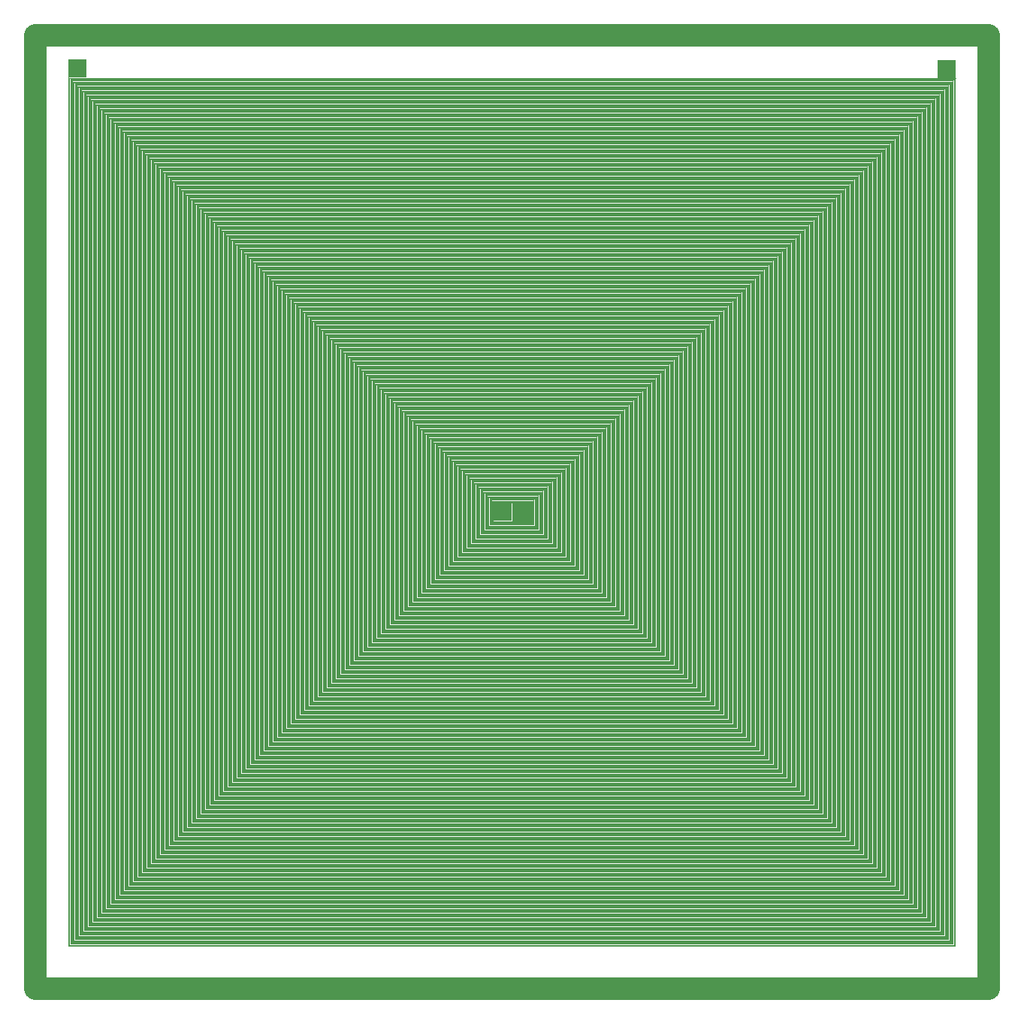
<source format=gbr>
G04 start of page 2 for group 0 idx 0 *
G04 Title: (unknown), component *
G04 Creator: pcb 1.99y *
G04 CreationDate: Mon Mar  9 18:38:28 2009 UTC *
G04 For: dj *
G04 Format: Gerber/RS-274X *
G04 PCB-Dimensions: 432800 432800 *
G04 PCB-Coordinate-Origin: lower left *
%MOIN*%
%FSLAX25Y25*%
%LNFRONT*%
%ADD11C,0.0020*%
%ADD12C,0.1000*%
%ADD13C,0.0200*%
%ADD14C,0.0300*%
G54D11*X250000Y186700D02*Y245700D01*
X250400Y186300D02*Y246100D01*
X250800Y185900D02*Y246500D01*
X251200Y185500D02*Y246900D01*
X251600Y185100D02*Y247300D01*
X252000Y184700D02*Y247700D01*
X252400Y184300D02*Y248100D01*
X252800Y183900D02*Y248500D01*
X253200Y183500D02*Y248900D01*
X253600Y183100D02*Y249300D01*
X254000Y182700D02*Y249700D01*
X254400Y182300D02*Y250100D01*
X254800Y181900D02*Y250500D01*
X255200Y181500D02*Y250900D01*
X255600Y181100D02*Y251300D01*
X256000Y180700D02*Y251700D01*
X256400Y180300D02*Y252100D01*
X256800Y179900D02*Y252500D01*
X257200Y179500D02*Y252900D01*
X257600Y179100D02*Y253300D01*
X258000Y178700D02*Y253700D01*
X258400Y178300D02*Y254100D01*
X258800Y177900D02*Y254500D01*
X259200Y177500D02*Y254900D01*
X259600Y177100D02*Y255300D01*
X260000Y176700D02*Y255700D01*
X260400Y176300D02*Y256100D01*
X260800Y175900D02*Y256500D01*
X261200Y175500D02*Y256900D01*
X261600Y175100D02*Y257300D01*
X153600Y275300D02*X279600D01*
X153200Y275700D02*X280000D01*
X152800Y276100D02*X280400D01*
X152400Y276500D02*X280800D01*
X152000Y276900D02*X281200D01*
X151600Y277300D02*X281600D01*
X151200Y277700D02*X282000D01*
X150800Y278100D02*X282400D01*
X182400Y246500D02*X250800D01*
X182000Y246900D02*X251200D01*
X181600Y247300D02*X251600D01*
X181200Y247700D02*X252000D01*
X180800Y248100D02*X252400D01*
X180400Y248500D02*X252800D01*
X180000Y248900D02*X253200D01*
X179600Y249300D02*X253600D01*
X179200Y249700D02*X254000D01*
X178800Y250100D02*X254400D01*
X178400Y250500D02*X254800D01*
X178000Y250900D02*X255200D01*
X177600Y251300D02*X255600D01*
X177200Y251700D02*X256000D01*
X176800Y252100D02*X256400D01*
X176400Y252500D02*X256800D01*
X176000Y252900D02*X257200D01*
X175600Y253300D02*X257600D01*
X175200Y253700D02*X258000D01*
X174800Y254100D02*X258400D01*
X174400Y254500D02*X258800D01*
X174000Y254900D02*X259200D01*
X173600Y255300D02*X259600D01*
X173200Y255700D02*X260000D01*
X172800Y256100D02*X260400D01*
X172400Y256500D02*X260800D01*
X172000Y256900D02*X261200D01*
X171600Y257300D02*X261600D01*
X171200Y257700D02*X262000D01*
X151200Y155500D02*Y277700D01*
X150800Y155100D02*Y278100D01*
X150400Y154700D02*Y278500D01*
X150000Y154300D02*Y278900D01*
X149600Y153900D02*Y279300D01*
X149200Y153500D02*Y279700D01*
X148800Y153100D02*Y280100D01*
X148400Y152700D02*Y280500D01*
X148000Y152300D02*Y280900D01*
X147600Y151900D02*Y281300D01*
X147200Y151500D02*Y281700D01*
X146800Y151100D02*Y282100D01*
X146400Y150700D02*Y282500D01*
X146000Y150300D02*Y282900D01*
X145600Y149900D02*Y283300D01*
X145200Y149500D02*Y283700D01*
X144800Y149100D02*Y284100D01*
X144400Y148700D02*Y284500D01*
X144000Y148300D02*Y284900D01*
X143600Y147900D02*Y285300D01*
X143200Y147500D02*Y285700D01*
X147200Y281700D02*X286000D01*
X285600Y151100D02*Y281300D01*
X146800Y282100D02*X286400D01*
X286000Y150700D02*Y281700D01*
X142800Y147100D02*Y286100D01*
X142400Y146700D02*Y286500D01*
X142000Y146300D02*Y286900D01*
X141600Y145900D02*Y287300D01*
X141200Y145500D02*Y287700D01*
X140800Y145100D02*Y288100D01*
X140400Y144700D02*Y288500D01*
X140000Y144300D02*Y288900D01*
X139600Y143900D02*Y289300D01*
X139200Y143500D02*Y289700D01*
X138800Y143100D02*Y290100D01*
X138400Y142700D02*Y290500D01*
X138000Y142300D02*Y290900D01*
X137600Y141900D02*Y291300D01*
X137200Y141500D02*Y291700D01*
X136800Y141100D02*Y292100D01*
X136400Y140700D02*Y292500D01*
X136000Y140300D02*Y292900D01*
X135600Y139900D02*Y293300D01*
X135200Y139500D02*Y293700D01*
X134800Y139100D02*Y294100D01*
X134400Y138700D02*Y294500D01*
X134000Y138300D02*Y294900D01*
X133600Y137900D02*Y295300D01*
X133200Y137500D02*Y295700D01*
X132800Y137100D02*Y296100D01*
X132400Y136700D02*Y296500D01*
X132000Y136300D02*Y296900D01*
X131600Y135900D02*Y297300D01*
X131200Y135500D02*Y297700D01*
X130800Y135100D02*Y298100D01*
X130400Y134700D02*Y298500D01*
X130000Y134300D02*Y298900D01*
X129600Y133900D02*Y299300D01*
X129200Y133500D02*Y299700D01*
X128800Y133100D02*Y300100D01*
X128400Y132700D02*Y300500D01*
X128000Y132300D02*Y300900D01*
X127600Y131900D02*Y301300D01*
X127200Y131500D02*Y301700D01*
X126800Y131100D02*Y302100D01*
X150400Y154700D02*X282000D01*
X150000Y154300D02*X282400D01*
X149600Y153900D02*X282800D01*
X149200Y153500D02*X283200D01*
X148800Y153100D02*X283600D01*
X148400Y152700D02*X284000D01*
X148000Y152300D02*X284400D01*
X147600Y151900D02*X284800D01*
X147200Y151500D02*X285200D01*
X146800Y151100D02*X285600D01*
X146400Y150700D02*X286000D01*
X146000Y150300D02*X286400D01*
X145600Y149900D02*X286800D01*
X145200Y149500D02*X287200D01*
X144800Y149100D02*X287600D01*
X144400Y148700D02*X288000D01*
X144000Y148300D02*X288400D01*
X143600Y147900D02*X288800D01*
X143200Y147500D02*X289200D01*
X142800Y147100D02*X289600D01*
X142400Y146700D02*X290000D01*
X142000Y146300D02*X290400D01*
X141600Y145900D02*X290800D01*
X286400Y150300D02*Y282100D01*
X286800Y149900D02*Y282500D01*
X287200Y149500D02*Y282900D01*
X287600Y149100D02*Y283300D01*
X288000Y148700D02*Y283700D01*
X288400Y148300D02*Y284100D01*
X288800Y147900D02*Y284500D01*
X289200Y147500D02*Y284900D01*
X289600Y147100D02*Y285300D01*
X290000Y146700D02*Y285700D01*
X290400Y146300D02*Y286100D01*
X290800Y145900D02*Y286500D01*
X291200Y145500D02*Y286900D01*
X291600Y145100D02*Y287300D01*
X292000Y144700D02*Y287700D01*
X292400Y144300D02*Y288100D01*
X292800Y143900D02*Y288500D01*
X293200Y143500D02*Y288900D01*
X293600Y143100D02*Y289300D01*
X294000Y142700D02*Y289700D01*
X294400Y142300D02*Y290100D01*
X294800Y141900D02*Y290500D01*
X295200Y141500D02*Y290900D01*
X295600Y141100D02*Y291300D01*
X296000Y140700D02*Y291700D01*
X296400Y140300D02*Y292100D01*
X296800Y139900D02*Y292500D01*
X297200Y139500D02*Y292900D01*
X297600Y139100D02*Y293300D01*
X298000Y138700D02*Y293700D01*
X298400Y138300D02*Y294100D01*
X298800Y137900D02*Y294500D01*
X299200Y137500D02*Y294900D01*
X299600Y137100D02*Y295300D01*
X300000Y136700D02*Y295700D01*
X300400Y136300D02*Y296100D01*
X300800Y135900D02*Y296500D01*
X301200Y135500D02*Y296900D01*
X301600Y135100D02*Y297300D01*
X302000Y134700D02*Y297700D01*
X302400Y134300D02*Y298100D01*
X302800Y133900D02*Y298500D01*
X303200Y133500D02*Y298900D01*
X303600Y133100D02*Y299300D01*
X304000Y132700D02*Y299700D01*
X304400Y132300D02*Y300100D01*
X304800Y131900D02*Y300500D01*
X305200Y131500D02*Y300900D01*
X305600Y131100D02*Y301300D01*
X306000Y130700D02*Y301700D01*
X306400Y130300D02*Y302100D01*
X306800Y129900D02*Y302500D01*
X307200Y129500D02*Y302900D01*
X307600Y129100D02*Y303300D01*
X308000Y128700D02*Y303700D01*
X308400Y128300D02*Y304100D01*
X308800Y127900D02*Y304500D01*
X309200Y127500D02*Y304900D01*
X309600Y127100D02*Y305300D01*
X310000Y126700D02*Y305700D01*
X310400Y126300D02*Y306100D01*
X310800Y125900D02*Y306500D01*
X311200Y125500D02*Y306900D01*
X311600Y125100D02*Y307300D01*
X312000Y124700D02*Y307700D01*
X312400Y124300D02*Y308100D01*
X312800Y123900D02*Y308500D01*
X313200Y123500D02*Y308900D01*
X313600Y123100D02*Y309300D01*
X314000Y122700D02*Y309700D01*
X314400Y122300D02*Y310100D01*
X314800Y121900D02*Y310500D01*
X315200Y121500D02*Y310900D01*
X315600Y121100D02*Y311300D01*
X316000Y120700D02*Y311700D01*
X316400Y120300D02*Y312100D01*
X316800Y119900D02*Y312500D01*
X317200Y119500D02*Y312900D01*
X317600Y119100D02*Y313300D01*
X318000Y118700D02*Y313700D01*
X318400Y118300D02*Y314100D01*
X141200Y145500D02*X291200D01*
X140800Y145100D02*X291600D01*
X140400Y144700D02*X292000D01*
X140000Y144300D02*X292400D01*
X139600Y143900D02*X292800D01*
X139200Y143500D02*X293200D01*
X138800Y143100D02*X293600D01*
X138400Y142700D02*X294000D01*
X138000Y142300D02*X294400D01*
X137600Y141900D02*X294800D01*
X137200Y141500D02*X295200D01*
X136800Y141100D02*X295600D01*
X136400Y140700D02*X296000D01*
X136000Y140300D02*X296400D01*
X135600Y139900D02*X296800D01*
X135200Y139500D02*X297200D01*
X134800Y139100D02*X297600D01*
X134400Y138700D02*X298000D01*
X134000Y138300D02*X298400D01*
X133600Y137900D02*X298800D01*
X133200Y137500D02*X299200D01*
X132800Y137100D02*X299600D01*
X132400Y136700D02*X300000D01*
X132000Y136300D02*X300400D01*
X131600Y135900D02*X300800D01*
X131200Y135500D02*X301200D01*
X130800Y135100D02*X301600D01*
X130400Y134700D02*X302000D01*
X130000Y134300D02*X302400D01*
X129600Y133900D02*X302800D01*
X129200Y133500D02*X303200D01*
X128800Y133100D02*X303600D01*
X128400Y132700D02*X304000D01*
X128000Y132300D02*X304400D01*
X127600Y131900D02*X304800D01*
X127200Y131500D02*X305200D01*
X126800Y131100D02*X305600D01*
X126400Y130700D02*X306000D01*
X126000Y130300D02*X306400D01*
X125600Y129900D02*X306800D01*
X125200Y129500D02*X307200D01*
X124800Y129100D02*X307600D01*
X124400Y128700D02*X308000D01*
X124000Y128300D02*X308400D01*
X123600Y127900D02*X308800D01*
X123200Y127500D02*X309200D01*
X122800Y127100D02*X309600D01*
X122400Y126700D02*X310000D01*
X122000Y126300D02*X310400D01*
X121600Y125900D02*X310800D01*
X121200Y125500D02*X311200D01*
X120800Y125100D02*X311600D01*
X120400Y124700D02*X312000D01*
X120000Y124300D02*X312400D01*
X119600Y123900D02*X312800D01*
X119200Y123500D02*X313200D01*
X118800Y123100D02*X313600D01*
X118400Y122700D02*X314000D01*
X118000Y122300D02*X314400D01*
X117600Y121900D02*X314800D01*
X117200Y121500D02*X315200D01*
X116800Y121100D02*X315600D01*
X116400Y120700D02*X316000D01*
X116000Y120300D02*X316400D01*
X115600Y119900D02*X316800D01*
X115200Y119500D02*X317200D01*
X114800Y119100D02*X317600D01*
X114400Y118700D02*X318000D01*
X114000Y118300D02*X318400D01*
X113600Y117900D02*X318800D01*
X207200Y211500D02*X225200D01*
X206800Y211100D02*X225600D01*
X206400Y210700D02*X226000D01*
X225200Y211500D02*Y220900D01*
X225600Y211100D02*Y221300D01*
X226000Y210700D02*Y221700D01*
X226400Y210300D02*Y222100D01*
X226800Y209900D02*Y222500D01*
X227200Y209500D02*Y222900D01*
X206000Y210300D02*X226400D01*
X205600Y209900D02*X226800D01*
X205200Y209500D02*X227200D01*
X204800Y209100D02*X227600D01*
X208000Y212300D02*Y220900D01*
X208400Y220500D02*X224800D01*
X207600Y211900D02*Y221300D01*
X208000Y212300D02*X224400D01*
Y220100D01*
X207600Y211900D02*X224800D01*
X208000Y220900D02*X225200D01*
X224800Y211900D02*Y220500D01*
X227600Y209100D02*Y223300D01*
X204400Y208700D02*X228000D01*
X234800Y201900D02*Y230500D01*
X235200Y201500D02*Y230900D01*
X235600Y201100D02*Y231300D01*
X236000Y200700D02*Y231700D01*
X236400Y200300D02*Y232100D01*
X236800Y199900D02*Y232500D01*
X237200Y199500D02*Y232900D01*
X237600Y199100D02*Y233300D01*
X238000Y198700D02*Y233700D01*
X238400Y198300D02*Y234100D01*
X238800Y197900D02*Y234500D01*
X239200Y197500D02*Y234900D01*
X239600Y197100D02*Y235300D01*
X240000Y196700D02*Y235700D01*
X240400Y196300D02*Y236100D01*
X240800Y195900D02*Y236500D01*
X241200Y195500D02*Y236900D01*
X241600Y195100D02*Y237300D01*
X242000Y194700D02*Y237700D01*
X242400Y194300D02*Y238100D01*
X242800Y193900D02*Y238500D01*
X243200Y193500D02*Y238900D01*
X243600Y193100D02*Y239300D01*
X244000Y192700D02*Y239700D01*
X244400Y192300D02*Y240100D01*
X244800Y191900D02*Y240500D01*
X245200Y191500D02*Y240900D01*
X245600Y191100D02*Y241300D01*
X246000Y190700D02*Y241700D01*
X246400Y190300D02*Y242100D01*
X246800Y189900D02*Y242500D01*
X247200Y189500D02*Y242900D01*
X247600Y189100D02*Y243300D01*
X248000Y188700D02*Y243700D01*
X248400Y188300D02*Y244100D01*
X248800Y187900D02*Y244500D01*
X249200Y187500D02*Y244900D01*
X249600Y187100D02*Y245300D01*
X228000Y208700D02*Y223700D01*
X228400Y208300D02*Y224100D01*
X228800Y207900D02*Y224500D01*
X229200Y207500D02*Y224900D01*
X229600Y207100D02*Y225300D01*
X230000Y206700D02*Y225700D01*
X230400Y206300D02*Y226100D01*
X230800Y205900D02*Y226500D01*
X231200Y205500D02*Y226900D01*
X231600Y205100D02*Y227300D01*
X232000Y204700D02*Y227700D01*
X232400Y204300D02*Y228100D01*
X232800Y203900D02*Y228500D01*
X233200Y203500D02*Y228900D01*
X233600Y203100D02*Y229300D01*
X234000Y202700D02*Y229700D01*
X234400Y202300D02*Y230100D01*
X207600Y221300D02*X225600D01*
X207200Y221700D02*X226000D01*
X206800Y222100D02*X226400D01*
X206400Y222500D02*X226800D01*
X206000Y222900D02*X227200D01*
X205600Y223300D02*X227600D01*
X205200Y223700D02*X228000D01*
X204800Y224100D02*X228400D01*
X204400Y224500D02*X228800D01*
X204000Y224900D02*X229200D01*
X203600Y225300D02*X229600D01*
X203200Y225700D02*X230000D01*
X202800Y226100D02*X230400D01*
X202400Y226500D02*X230800D01*
X202000Y226900D02*X231200D01*
X201600Y227300D02*X231600D01*
X201200Y227700D02*X232000D01*
X200800Y228100D02*X232400D01*
X200400Y228500D02*X232800D01*
X200000Y228900D02*X233200D01*
X199600Y229300D02*X233600D01*
X199200Y229700D02*X234000D01*
X198800Y230100D02*X234400D01*
X198400Y230500D02*X234800D01*
X198000Y230900D02*X235200D01*
X197600Y231300D02*X235600D01*
X197200Y231700D02*X236000D01*
X196800Y232100D02*X236400D01*
X196400Y232500D02*X236800D01*
X196000Y232900D02*X237200D01*
X195600Y233300D02*X237600D01*
X195200Y233700D02*X238000D01*
X194800Y234100D02*X238400D01*
X194400Y234500D02*X238800D01*
X194000Y234900D02*X239200D01*
X193600Y235300D02*X239600D01*
X193200Y235700D02*X240000D01*
X192800Y236100D02*X240400D01*
X192400Y236500D02*X240800D01*
X192000Y236900D02*X241200D01*
X191600Y237300D02*X241600D01*
X191200Y237700D02*X242000D01*
X190800Y238100D02*X242400D01*
X190400Y238500D02*X242800D01*
X190000Y238900D02*X243200D01*
X189600Y239300D02*X243600D01*
X189200Y239700D02*X244000D01*
X188800Y240100D02*X244400D01*
X188400Y240500D02*X244800D01*
X188000Y240900D02*X245200D01*
X187600Y241300D02*X245600D01*
X187200Y241700D02*X246000D01*
X186800Y242100D02*X246400D01*
X186400Y242500D02*X246800D01*
X186000Y242900D02*X247200D01*
X185600Y243300D02*X247600D01*
X185200Y243700D02*X248000D01*
X184800Y244100D02*X248400D01*
X184400Y244500D02*X248800D01*
X184000Y244900D02*X249200D01*
X183600Y245300D02*X249600D01*
X183200Y245700D02*X250000D01*
X182800Y246100D02*X250400D01*
X204000Y208300D02*X228400D01*
X203600Y207900D02*X228800D01*
X203200Y207500D02*X229200D01*
X202800Y207100D02*X229600D01*
X202400Y206700D02*X230000D01*
X170400Y174700D02*X262000D01*
X170000Y174300D02*X262400D01*
X169600Y173900D02*X262800D01*
X169200Y173500D02*X263200D01*
X168800Y173100D02*X263600D01*
X168400Y172700D02*X264000D01*
X170400Y174700D02*Y258500D01*
X170000Y174300D02*Y258900D01*
X169600Y173900D02*Y259300D01*
X169200Y173500D02*Y259700D01*
X168800Y173100D02*Y260100D01*
X168400Y172700D02*Y260500D01*
X170800Y258100D02*X262400D01*
X170400Y258500D02*X262800D01*
X170000Y258900D02*X263200D01*
X169600Y259300D02*X263600D01*
X169200Y259700D02*X264000D01*
X168800Y260100D02*X264400D01*
X168400Y260500D02*X264800D01*
X168000Y260900D02*X265200D01*
X167600Y261300D02*X265600D01*
X167200Y261700D02*X266000D01*
X166800Y262100D02*X266400D01*
X166400Y262500D02*X266800D01*
X166000Y262900D02*X267200D01*
X266800Y169900D02*Y262500D01*
X262000Y174700D02*Y257700D01*
X262400Y174300D02*Y258100D01*
X262800Y173900D02*Y258500D01*
X263200Y173500D02*Y258900D01*
X263600Y173100D02*Y259300D01*
X264000Y172700D02*Y259700D01*
X168000Y172300D02*X264400D01*
X167600Y171900D02*X264800D01*
X167200Y171500D02*X265200D01*
X264400Y172300D02*Y260100D01*
X264800Y171900D02*Y260500D01*
X265200Y171500D02*Y260900D01*
X265600Y171100D02*Y261300D01*
X266000Y170700D02*Y261700D01*
X266400Y170300D02*Y262100D01*
X166800Y171100D02*X265600D01*
X166400Y170700D02*X266000D01*
X166000Y170300D02*X266400D01*
X165600Y169900D02*X266800D01*
X168000Y172300D02*Y260900D01*
X167600Y171900D02*Y261300D01*
X167200Y171500D02*Y261700D01*
X166800Y171100D02*Y262100D01*
X166400Y170700D02*Y262500D01*
X166000Y170300D02*Y262900D01*
X165600Y169900D02*Y263300D01*
X165200Y169500D02*Y263700D01*
X164800Y169100D02*Y264100D01*
X164400Y168700D02*Y264500D01*
X164000Y168300D02*Y264900D01*
X163600Y167900D02*Y265300D01*
X163200Y167500D02*Y265700D01*
X162800Y167100D02*Y266100D01*
X162400Y166700D02*Y266500D01*
X162000Y166300D02*Y266900D01*
X161600Y165900D02*Y267300D01*
X161200Y165500D02*Y267700D01*
X160800Y165100D02*Y268100D01*
X160400Y164700D02*Y268500D01*
X160000Y164300D02*Y268900D01*
X165200Y169500D02*X267200D01*
X164800Y169100D02*X267600D01*
X164400Y168700D02*X268000D01*
X267200Y169500D02*Y262900D01*
X267600Y169100D02*Y263300D01*
X268000Y168700D02*Y263700D01*
X268400Y168300D02*Y264100D01*
X268800Y167900D02*Y264500D01*
X269200Y167500D02*Y264900D01*
X164000Y168300D02*X268400D01*
X163600Y167900D02*X268800D01*
X163200Y167500D02*X269200D01*
X162800Y167100D02*X269600D01*
X162400Y166700D02*X270000D01*
X162000Y166300D02*X270400D01*
X161600Y165900D02*X270800D01*
X161200Y165500D02*X271200D01*
X160800Y165100D02*X271600D01*
X160400Y164700D02*X272000D01*
X160000Y164300D02*X272400D01*
X269600Y167100D02*Y265300D01*
X270000Y166700D02*Y265700D01*
X270400Y166300D02*Y266100D01*
X270800Y165900D02*Y266500D01*
X271200Y165500D02*Y266900D01*
X271600Y165100D02*Y267300D01*
X272000Y164700D02*Y267700D01*
X272400Y164300D02*Y268100D01*
X165600Y263300D02*X267600D01*
X165200Y263700D02*X268000D01*
X164800Y264100D02*X268400D01*
X164400Y264500D02*X268800D01*
X164000Y264900D02*X269200D01*
X163600Y265300D02*X269600D01*
X163200Y265700D02*X270000D01*
X162800Y266100D02*X270400D01*
X162400Y266500D02*X270800D01*
X162000Y266900D02*X271200D01*
X161600Y267300D02*X271600D01*
X161200Y267700D02*X272000D01*
X160800Y268100D02*X272400D01*
X160400Y268500D02*X272800D01*
X160000Y268900D02*X273200D01*
X159600Y269300D02*X273600D01*
X159200Y269700D02*X274000D01*
X158800Y270100D02*X274400D01*
X158400Y270500D02*X274800D01*
X158000Y270900D02*X275200D01*
X157600Y271300D02*X275600D01*
X157200Y271700D02*X276000D01*
X156800Y272100D02*X276400D01*
X156400Y272500D02*X276800D01*
X156000Y272900D02*X277200D01*
X155600Y273300D02*X277600D01*
X155200Y273700D02*X278000D01*
X154800Y274100D02*X278400D01*
X154400Y274500D02*X278800D01*
X154000Y274900D02*X279200D01*
X156800Y161100D02*Y272100D01*
X156400Y160700D02*Y272500D01*
X156000Y160300D02*Y272900D01*
X155600Y159900D02*Y273300D01*
X155200Y159500D02*Y273700D01*
X154800Y159100D02*Y274100D01*
X154400Y158700D02*Y274500D01*
X154000Y158300D02*Y274900D01*
X153600Y157900D02*Y275300D01*
X153200Y157500D02*Y275700D01*
X152800Y157100D02*Y276100D01*
X152400Y156700D02*Y276500D01*
X152000Y156300D02*Y276900D01*
X151600Y155900D02*Y277300D01*
X272800Y163900D02*Y268500D01*
X273200Y163500D02*Y268900D01*
X273600Y163100D02*Y269300D01*
X274000Y162700D02*Y269700D01*
X274400Y162300D02*Y270100D01*
X274800Y161900D02*Y270500D01*
X156800Y161100D02*X275600D01*
X156400Y160700D02*X276000D01*
X156000Y160300D02*X276400D01*
X275200Y161500D02*Y270900D01*
X275600Y161100D02*Y271300D01*
X276000Y160700D02*Y271700D01*
X276400Y160300D02*Y272100D01*
X155600Y159900D02*X276800D01*
Y272500D01*
X155200Y159500D02*X277200D01*
Y272900D01*
X154800Y159100D02*X277600D01*
Y273300D01*
X154400Y158700D02*X278000D01*
Y273700D01*
X159600Y163900D02*X272800D01*
X159600D02*Y269300D01*
X159200Y163500D02*X273200D01*
X158800Y163100D02*X273600D01*
X158400Y162700D02*X274000D01*
X158000Y162300D02*X274400D01*
X157600Y161900D02*X274800D01*
X157200Y161500D02*X275200D01*
X159200Y163500D02*Y269700D01*
X158800Y163100D02*Y270100D01*
X158400Y162700D02*Y270500D01*
X158000Y162300D02*Y270900D01*
X157600Y161900D02*Y271300D01*
X157200Y161500D02*Y271700D01*
X154000Y158300D02*X278400D01*
Y274100D01*
X153600Y157900D02*X278800D01*
Y274500D01*
X153200Y157500D02*X279200D01*
X152800Y157100D02*X279600D01*
X152400Y156700D02*X280000D01*
X152000Y156300D02*X280400D01*
X279200Y157500D02*Y274900D01*
X279600Y157100D02*Y275300D01*
X280000Y156700D02*Y275700D01*
X280400Y156300D02*Y276100D01*
X280800Y155900D02*Y276500D01*
X281200Y155500D02*Y276900D01*
X281600Y155100D02*Y277300D01*
X282000Y154700D02*Y277700D01*
X282400Y154300D02*Y278100D01*
X282800Y153900D02*Y278500D01*
X150400D02*X282800D01*
X150000Y278900D02*X283200D01*
X151600Y155900D02*X280800D01*
X151200Y155500D02*X281200D01*
X150800Y155100D02*X281600D01*
X283200Y153500D02*Y278900D01*
X283600Y153100D02*Y279300D01*
X284000Y152700D02*Y279700D01*
X149600Y279300D02*X283600D01*
X149200Y279700D02*X284000D01*
X148800Y280100D02*X284400D01*
X148400Y280500D02*X284800D01*
X148000Y280900D02*X285200D01*
X147600Y281300D02*X285600D01*
X284400Y152300D02*Y280100D01*
X284800Y151900D02*Y280500D01*
X285200Y151500D02*Y280900D01*
X103600Y325300D02*X329600D01*
X103200Y325700D02*X330000D01*
X102800Y326100D02*X330400D01*
X102400Y326500D02*X330800D01*
X102000Y326900D02*X331200D01*
X101600Y327300D02*X331600D01*
X101200Y327700D02*X332000D01*
X100800Y328100D02*X332400D01*
X100400Y328500D02*X332800D01*
X100000Y328900D02*X333200D01*
X99600Y329300D02*X333600D01*
X99200Y329700D02*X334000D01*
X98800Y330100D02*X334400D01*
X98400Y330500D02*X334800D01*
X98000Y330900D02*X335200D01*
X97600Y331300D02*X335600D01*
X97200Y331700D02*X336000D01*
X96800Y332100D02*X336400D01*
X96400Y332500D02*X336800D01*
X96000Y332900D02*X337200D01*
X95600Y333300D02*X337600D01*
X95200Y333700D02*X338000D01*
X94800Y334100D02*X338400D01*
X94400Y334500D02*X338800D01*
X94000Y334900D02*X339200D01*
X93600Y335300D02*X339600D01*
X93200Y335700D02*X340000D01*
X88800Y340100D02*X344400D01*
X88400Y340500D02*X344800D01*
X88000Y340900D02*X345200D01*
X87600Y341300D02*X345600D01*
X87200Y341700D02*X346000D01*
X86800Y342100D02*X346400D01*
X86400Y342500D02*X346800D01*
X86000Y342900D02*X347200D01*
X85600Y343300D02*X347600D01*
X85200Y343700D02*X348000D01*
X84800Y344100D02*X348400D01*
X84400Y344500D02*X348800D01*
X84000Y344900D02*X349200D01*
X83600Y345300D02*X349600D01*
X83200Y345700D02*X350000D01*
X82800Y346100D02*X350400D01*
X82400Y346500D02*X350800D01*
X82000Y346900D02*X351200D01*
X81600Y347300D02*X351600D01*
X81200Y347700D02*X352000D01*
X80800Y348100D02*X352400D01*
X80400Y348500D02*X352800D01*
X80000Y348900D02*X353200D01*
X79600Y349300D02*X353600D01*
X79200Y349700D02*X354000D01*
X78800Y350100D02*X354400D01*
X358800Y77900D02*Y354500D01*
X359200Y77500D02*Y354900D01*
X359600Y77100D02*Y355300D01*
X360000Y76700D02*Y355700D01*
X360400Y76300D02*Y356100D01*
X360800Y75900D02*Y356500D01*
X361200Y75500D02*Y356900D01*
X361600Y75100D02*Y357300D01*
X362000Y74700D02*Y357700D01*
X362400Y74300D02*Y358100D01*
X362800Y73900D02*Y358500D01*
X363200Y73500D02*Y358900D01*
X363600Y73100D02*Y359300D01*
X364000Y72700D02*Y359700D01*
X364400Y72300D02*Y360100D01*
X364800Y71900D02*Y360500D01*
X365200Y71500D02*Y360900D01*
X365600Y71100D02*Y361300D01*
X366000Y70700D02*Y361700D01*
X366400Y70300D02*Y362100D01*
X366800Y69900D02*Y362500D01*
X367200Y69500D02*Y362900D01*
X367600Y69100D02*Y363300D01*
X368000Y68700D02*Y363700D01*
X368400Y68300D02*Y364100D01*
X368800Y67900D02*Y364500D01*
X369200Y67500D02*Y364900D01*
X369600Y67100D02*Y365300D01*
X370000Y66700D02*Y365700D01*
X370400Y66300D02*Y366100D01*
X370800Y65900D02*Y366500D01*
X371200Y65500D02*Y366900D01*
X371600Y65100D02*Y367300D01*
X78400Y350500D02*X354800D01*
X78000Y350900D02*X355200D01*
X77600Y351300D02*X355600D01*
X77200Y351700D02*X356000D01*
X76800Y352100D02*X356400D01*
X76400Y352500D02*X356800D01*
X76000Y352900D02*X357200D01*
X75600Y353300D02*X357600D01*
X75200Y353700D02*X358000D01*
X74800Y354100D02*X358400D01*
X74400Y354500D02*X358800D01*
X74000Y354900D02*X359200D01*
X73600Y355300D02*X359600D01*
X73200Y355700D02*X360000D01*
X72800Y356100D02*X360400D01*
X72400Y356500D02*X360800D01*
X72000Y356900D02*X361200D01*
X71600Y357300D02*X361600D01*
X71200Y357700D02*X362000D01*
X70800Y358100D02*X362400D01*
X70400Y358500D02*X362800D01*
X70000Y358900D02*X363200D01*
X69600Y359300D02*X363600D01*
X69200Y359700D02*X364000D01*
X68800Y360100D02*X364400D01*
X68400Y360500D02*X364800D01*
X68000Y360900D02*X365200D01*
X67600Y361300D02*X365600D01*
X67200Y361700D02*X366000D01*
X66800Y362100D02*X366400D01*
X66400Y362500D02*X366800D01*
X66000Y362900D02*X367200D01*
X65600Y363300D02*X367600D01*
X65200Y363700D02*X368000D01*
X64800Y364100D02*X368400D01*
X64400Y364500D02*X368800D01*
X64000Y364900D02*X369200D01*
X63600Y365300D02*X369600D01*
X63200Y365700D02*X370000D01*
X62800Y366100D02*X370400D01*
X62400Y366500D02*X370800D01*
X62000Y366900D02*X371200D01*
X61600Y367300D02*X371600D01*
X61200Y367700D02*X372000D01*
X207200Y211500D02*Y221700D01*
X206800Y211100D02*Y222100D01*
X206400Y210700D02*Y222500D01*
X206000Y210300D02*Y222900D01*
X205600Y209900D02*Y223300D01*
X205200Y209500D02*Y223700D01*
X204800Y209100D02*Y224100D01*
X204400Y208700D02*Y224500D01*
X204000Y208300D02*Y224900D01*
X203600Y207900D02*Y225300D01*
X203200Y207500D02*Y225700D01*
X202800Y207100D02*Y226100D01*
X202400Y206700D02*Y226500D01*
X202000Y206300D02*Y226900D01*
X201600Y205900D02*Y227300D01*
X201200Y205500D02*Y227700D01*
X200800Y205100D02*Y228100D01*
X200400Y204700D02*Y228500D01*
X200000Y204300D02*Y228900D01*
X199600Y203900D02*Y229300D01*
X199200Y203500D02*Y229700D01*
X198800Y203100D02*Y230100D01*
X198400Y202700D02*Y230500D01*
X198000Y202300D02*Y230900D01*
X197600Y201900D02*Y231300D01*
X197200Y201500D02*Y231700D01*
X196800Y201100D02*Y232100D01*
X196400Y200700D02*Y232500D01*
X196000Y200300D02*Y232900D01*
X195600Y199900D02*Y233300D01*
X195200Y199500D02*Y233700D01*
X194800Y199100D02*Y234100D01*
X194400Y198700D02*Y234500D01*
X194000Y198300D02*Y234900D01*
X193600Y197900D02*Y235300D01*
X193200Y197500D02*Y235700D01*
X192800Y197100D02*Y236100D01*
X192400Y196700D02*Y236500D01*
X192000Y196300D02*Y236900D01*
X191600Y195900D02*Y237300D01*
X191200Y195500D02*Y237700D01*
X190800Y195100D02*Y238100D01*
X190400Y194700D02*Y238500D01*
X190000Y194300D02*Y238900D01*
X189600Y193900D02*Y239300D01*
X202000Y206300D02*X230400D01*
X201600Y205900D02*X230800D01*
X201200Y205500D02*X231200D01*
X200800Y205100D02*X231600D01*
X200400Y204700D02*X232000D01*
X200000Y204300D02*X232400D01*
X199600Y203900D02*X232800D01*
X199200Y203500D02*X233200D01*
X198800Y203100D02*X233600D01*
X198400Y202700D02*X234000D01*
X198000Y202300D02*X234400D01*
X197600Y201900D02*X234800D01*
X197200Y201500D02*X235200D01*
X196800Y201100D02*X235600D01*
X196400Y200700D02*X236000D01*
X196000Y200300D02*X236400D01*
X195600Y199900D02*X236800D01*
X195200Y199500D02*X237200D01*
X194800Y199100D02*X237600D01*
X194400Y198700D02*X238000D01*
X194000Y198300D02*X238400D01*
X193600Y197900D02*X238800D01*
X193200Y197500D02*X239200D01*
X192800Y197100D02*X239600D01*
X192400Y196700D02*X240000D01*
X192000Y196300D02*X240400D01*
X191600Y195900D02*X240800D01*
X191200Y195500D02*X241200D01*
X190800Y195100D02*X241600D01*
X190400Y194700D02*X242000D01*
X190000Y194300D02*X242400D01*
X189600Y193900D02*X242800D01*
X189200Y193500D02*X243200D01*
X188800Y193100D02*X243600D01*
X188400Y192700D02*X244000D01*
X188000Y192300D02*X244400D01*
X187600Y191900D02*X244800D01*
X187200Y191500D02*X245200D01*
X186800Y191100D02*X245600D01*
X186400Y190700D02*X246000D01*
X186000Y190300D02*X246400D01*
X185600Y189900D02*X246800D01*
X185200Y189500D02*X247200D01*
X184800Y189100D02*X247600D01*
X184400Y188700D02*X248000D01*
X184000Y188300D02*X248400D01*
X183600Y187900D02*X248800D01*
X183200Y187500D02*X249200D01*
X182800Y187100D02*X249600D01*
X182400Y186700D02*X250000D01*
X182000Y186300D02*X250400D01*
X181600Y185900D02*X250800D01*
X181200Y185500D02*X251200D01*
X180800Y185100D02*X251600D01*
X180400Y184700D02*X252000D01*
X180000Y184300D02*X252400D01*
X179600Y183900D02*X252800D01*
X179200Y183500D02*X253200D01*
X178800Y183100D02*X253600D01*
X178400Y182700D02*X254000D01*
X178000Y182300D02*X254400D01*
X177600Y181900D02*X254800D01*
X177200Y181500D02*X255200D01*
X176800Y181100D02*X255600D01*
X176400Y180700D02*X256000D01*
X176000Y180300D02*X256400D01*
X175600Y179900D02*X256800D01*
X175200Y179500D02*X257200D01*
X174800Y179100D02*X257600D01*
X174400Y178700D02*X258000D01*
X174000Y178300D02*X258400D01*
X173600Y177900D02*X258800D01*
X173200Y177500D02*X259200D01*
X172800Y177100D02*X259600D01*
X172400Y176700D02*X260000D01*
X172000Y176300D02*X260400D01*
X171600Y175900D02*X260800D01*
X171200Y175500D02*X261200D01*
X170800Y175100D02*X261600D01*
X189200Y193500D02*Y239700D01*
X188800Y193100D02*Y240100D01*
X188400Y192700D02*Y240500D01*
X188000Y192300D02*Y240900D01*
X187600Y191900D02*Y241300D01*
X187200Y191500D02*Y241700D01*
X186800Y191100D02*Y242100D01*
X186400Y190700D02*Y242500D01*
X186000Y190300D02*Y242900D01*
X185600Y189900D02*Y243300D01*
X185200Y189500D02*Y243700D01*
X184800Y189100D02*Y244100D01*
X184400Y188700D02*Y244500D01*
X184000Y188300D02*Y244900D01*
X183600Y187900D02*Y245300D01*
X183200Y187500D02*Y245700D01*
X182800Y187100D02*Y246100D01*
X182400Y186700D02*Y246500D01*
X182000Y186300D02*Y246900D01*
X181600Y185900D02*Y247300D01*
X181200Y185500D02*Y247700D01*
X180800Y185100D02*Y248100D01*
X180400Y184700D02*Y248500D01*
X180000Y184300D02*Y248900D01*
X179600Y183900D02*Y249300D01*
X179200Y183500D02*Y249700D01*
X178800Y183100D02*Y250100D01*
X178400Y182700D02*Y250500D01*
X178000Y182300D02*Y250900D01*
X177600Y181900D02*Y251300D01*
X177200Y181500D02*Y251700D01*
X176800Y181100D02*Y252100D01*
X176400Y180700D02*Y252500D01*
X176000Y180300D02*Y252900D01*
X175600Y179900D02*Y253300D01*
X175200Y179500D02*Y253700D01*
X174800Y179100D02*Y254100D01*
X174400Y178700D02*Y254500D01*
X174000Y178300D02*Y254900D01*
X173600Y177900D02*Y255300D01*
X173200Y177500D02*Y255700D01*
X172800Y177100D02*Y256100D01*
X172400Y176700D02*Y256500D01*
X172000Y176300D02*Y256900D01*
X171600Y175900D02*Y257300D01*
X171200Y175500D02*Y257700D01*
X170800Y175100D02*Y258100D01*
X126400Y130700D02*Y302500D01*
X126000Y130300D02*Y302900D01*
X125600Y129900D02*Y303300D01*
X125200Y129500D02*Y303700D01*
X124800Y129100D02*Y304100D01*
X124400Y128700D02*Y304500D01*
X124000Y128300D02*Y304900D01*
X123600Y127900D02*Y305300D01*
X123200Y127500D02*Y305700D01*
X122800Y127100D02*Y306100D01*
X122400Y126700D02*Y306500D01*
X122000Y126300D02*Y306900D01*
X121600Y125900D02*Y307300D01*
X121200Y125500D02*Y307700D01*
X120800Y125100D02*Y308100D01*
X120400Y124700D02*Y308500D01*
X120000Y124300D02*Y308900D01*
X119600Y123900D02*Y309300D01*
X119200Y123500D02*Y309700D01*
X118800Y123100D02*Y310100D01*
X118400Y122700D02*Y310500D01*
X113200Y117500D02*X319200D01*
X112800Y117100D02*X319600D01*
X112400Y116700D02*X320000D01*
X112000Y116300D02*X320400D01*
X111600Y115900D02*X320800D01*
X111200Y115500D02*X321200D01*
X110800Y115100D02*X321600D01*
X110400Y114700D02*X322000D01*
X110000Y114300D02*X322400D01*
X109600Y113900D02*X322800D01*
X109200Y113500D02*X323200D01*
X108800Y113100D02*X323600D01*
X108400Y112700D02*X324000D01*
X322800Y113900D02*Y318500D01*
X323200Y113500D02*Y318900D01*
X323600Y113100D02*Y319300D01*
X324000Y112700D02*Y319700D01*
X324400Y112300D02*Y320100D01*
X324800Y111900D02*Y320500D01*
X325200Y111500D02*Y320900D01*
X325600Y111100D02*Y321300D01*
X108000Y112300D02*X324400D01*
X107600Y111900D02*X324800D01*
X107200Y111500D02*X325200D01*
X106800Y111100D02*X325600D01*
X106400Y110700D02*X326000D01*
X106000Y110300D02*X326400D01*
X105600Y109900D02*X326800D01*
X326000Y110700D02*Y321700D01*
X326400Y110300D02*Y322100D01*
X326800Y109900D02*Y322500D01*
X327200Y109500D02*Y322900D01*
X327600Y109100D02*Y323300D01*
X328000Y108700D02*Y323700D01*
X328400Y108300D02*Y324100D01*
X328800Y107900D02*Y324500D01*
X329200Y107500D02*Y324900D01*
X329600Y107100D02*Y325300D01*
X330000Y106700D02*Y325700D01*
X330400Y106300D02*Y326100D01*
X330800Y105900D02*Y326500D01*
X331200Y105500D02*Y326900D01*
X331600Y105100D02*Y327300D01*
X118000Y122300D02*Y310900D01*
X117600Y121900D02*Y311300D01*
X117200Y121500D02*Y311700D01*
X116800Y121100D02*Y312100D01*
X116400Y120700D02*Y312500D01*
X116000Y120300D02*Y312900D01*
X115600Y119900D02*Y313300D01*
X115200Y119500D02*Y313700D01*
X114800Y119100D02*Y314100D01*
X114400Y118700D02*Y314500D01*
X114000Y118300D02*Y314900D01*
X113600Y117900D02*Y315300D01*
X113200Y117500D02*Y315700D01*
X112800Y117100D02*Y316100D01*
X112400Y116700D02*Y316500D01*
X112000Y116300D02*Y316900D01*
X111600Y115900D02*Y317300D01*
X111200Y115500D02*Y317700D01*
X110800Y115100D02*Y318100D01*
X110400Y114700D02*Y318500D01*
X110000Y114300D02*Y318900D01*
X109600Y113900D02*Y319300D01*
X109200Y113500D02*Y319700D01*
X108800Y113100D02*Y320100D01*
X108400Y112700D02*Y320500D01*
X108000Y112300D02*Y320900D01*
X107600Y111900D02*Y321300D01*
X107200Y111500D02*Y321700D01*
X106800Y111100D02*Y322100D01*
X106400Y110700D02*Y322500D01*
X106000Y110300D02*Y322900D01*
X105600Y109900D02*Y323300D01*
X105200Y109500D02*Y323700D01*
X104800Y109100D02*Y324100D01*
X104400Y108700D02*Y324500D01*
X104000Y108300D02*Y324900D01*
X103600Y107900D02*Y325300D01*
X103200Y107500D02*Y325700D01*
X102800Y107100D02*Y326100D01*
X102400Y106700D02*Y326500D01*
X102000Y106300D02*Y326900D01*
X101600Y105900D02*Y327300D01*
X101200Y105500D02*Y327700D01*
X100800Y105100D02*Y328100D01*
X100400Y104700D02*Y328500D01*
X100000Y104300D02*Y328900D01*
X99600Y103900D02*Y329300D01*
X99200Y103500D02*Y329700D01*
X98800Y103100D02*Y330100D01*
X98400Y102700D02*Y330500D01*
X98000Y102300D02*Y330900D01*
X97600Y101900D02*Y331300D01*
X97200Y101500D02*Y331700D01*
X96800Y101100D02*Y332100D01*
X96400Y100700D02*Y332500D01*
X96000Y100300D02*Y332900D01*
X95600Y99900D02*Y333300D01*
X95200Y99500D02*Y333700D01*
X94800Y99100D02*Y334100D01*
X94400Y98700D02*Y334500D01*
X94000Y98300D02*Y334900D01*
X93600Y97900D02*Y335300D01*
X93200Y97500D02*Y335700D01*
X92800Y97100D02*Y336100D01*
X105200Y109500D02*X327200D01*
X104800Y109100D02*X327600D01*
X104400Y108700D02*X328000D01*
X104000Y108300D02*X328400D01*
X103600Y107900D02*X328800D01*
X103200Y107500D02*X329200D01*
X102800Y107100D02*X329600D01*
X102400Y106700D02*X330000D01*
X102000Y106300D02*X330400D01*
X101600Y105900D02*X330800D01*
X101200Y105500D02*X331200D01*
X100800Y105100D02*X331600D01*
X100400Y104700D02*X332000D01*
X100000Y104300D02*X332400D01*
X99600Y103900D02*X332800D01*
X99200Y103500D02*X333200D01*
X98800Y103100D02*X333600D01*
X98400Y102700D02*X334000D01*
X98000Y102300D02*X334400D01*
X97600Y101900D02*X334800D01*
X97200Y101500D02*X335200D01*
X96800Y101100D02*X335600D01*
X96400Y100700D02*X336000D01*
X96000Y100300D02*X336400D01*
X95600Y99900D02*X336800D01*
X95200Y99500D02*X337200D01*
X94800Y99100D02*X337600D01*
X94400Y98700D02*X338000D01*
X94000Y98300D02*X338400D01*
X93600Y97900D02*X338800D01*
X93200Y97500D02*X339200D01*
X92800Y97100D02*X339600D01*
X321600Y115100D02*Y317300D01*
X322000Y114700D02*Y317700D01*
X322400Y114300D02*Y318100D01*
X332000Y104700D02*Y327700D01*
X332400Y104300D02*Y328100D01*
X332800Y103900D02*Y328500D01*
X333200Y103500D02*Y328900D01*
X333600Y103100D02*Y329300D01*
X334000Y102700D02*Y329700D01*
X334400Y102300D02*Y330100D01*
X334800Y101900D02*Y330500D01*
X335200Y101500D02*Y330900D01*
X335600Y101100D02*Y331300D01*
X336000Y100700D02*Y331700D01*
X336400Y100300D02*Y332100D01*
X336800Y99900D02*Y332500D01*
X337200Y99500D02*Y332900D01*
X337600Y99100D02*Y333300D01*
X338000Y98700D02*Y333700D01*
X338400Y98300D02*Y334100D01*
X338800Y97900D02*Y334500D01*
X339200Y97500D02*Y334900D01*
X339600Y97100D02*Y335300D01*
X318800Y117900D02*Y314500D01*
X319200Y117500D02*Y314900D01*
X319600Y117100D02*Y315300D01*
X320000Y116700D02*Y315700D01*
X320400Y116300D02*Y316100D01*
X320800Y115900D02*Y316500D01*
X321200Y115500D02*Y316900D01*
X92800Y336100D02*X340400D01*
X92400Y336500D02*X340800D01*
X92000Y336900D02*X341200D01*
X91600Y337300D02*X341600D01*
X91200Y337700D02*X342000D01*
X90800Y338100D02*X342400D01*
X340000Y96700D02*Y335700D01*
X340400Y96300D02*Y336100D01*
X340800Y95900D02*Y336500D01*
X341200Y95500D02*Y336900D01*
X341600Y95100D02*Y337300D01*
X342000Y94700D02*Y337700D01*
X92400Y96700D02*X340000D01*
X92000Y96300D02*X340400D01*
X91600Y95900D02*X340800D01*
X91200Y95500D02*X341200D01*
X90800Y95100D02*X341600D01*
X90400Y94700D02*X342000D01*
X342400Y94300D02*Y338100D01*
X342800Y93900D02*Y338500D01*
X343200Y93500D02*Y338900D01*
X90000Y94300D02*X342400D01*
X89600Y93900D02*X342800D01*
X89200Y93500D02*X343200D01*
X88800Y93100D02*X343600D01*
X90400Y338500D02*X342800D01*
X90000Y338900D02*X343200D01*
X89600Y339300D02*X343600D01*
X89200Y339700D02*X344000D01*
X343600Y93100D02*Y339300D01*
X88400Y92700D02*X344000D01*
X88000Y92300D02*X344400D01*
X87600Y91900D02*X344800D01*
X87200Y91500D02*X345200D01*
X86800Y91100D02*X345600D01*
X86400Y90700D02*X346000D01*
X86000Y90300D02*X346400D01*
X85600Y89900D02*X346800D01*
X85200Y89500D02*X347200D01*
X84800Y89100D02*X347600D01*
X84400Y88700D02*X348000D01*
X84000Y88300D02*X348400D01*
X83600Y87900D02*X348800D01*
X83200Y87500D02*X349200D01*
X82800Y87100D02*X349600D01*
X82400Y86700D02*X350000D01*
X82000Y86300D02*X350400D01*
X81600Y85900D02*X350800D01*
X81200Y85500D02*X351200D01*
X80800Y85100D02*X351600D01*
X80400Y84700D02*X352000D01*
X80000Y84300D02*X352400D01*
X79600Y83900D02*X352800D01*
X79200Y83500D02*X353200D01*
X78800Y83100D02*X353600D01*
X78400Y82700D02*X354000D01*
X78000Y82300D02*X354400D01*
X77600Y81900D02*X354800D01*
X77200Y81500D02*X355200D01*
X76800Y81100D02*X355600D01*
X76400Y80700D02*X356000D01*
X76000Y80300D02*X356400D01*
X75600Y79900D02*X356800D01*
X75200Y79500D02*X357200D01*
X74800Y79100D02*X357600D01*
X74400Y78700D02*X358000D01*
X74000Y78300D02*X358400D01*
X73600Y77900D02*X358800D01*
X344000Y92700D02*Y339700D01*
X344400Y92300D02*Y340100D01*
X344800Y91900D02*Y340500D01*
X345200Y91500D02*Y340900D01*
X345600Y91100D02*Y341300D01*
X346000Y90700D02*Y341700D01*
X346400Y90300D02*Y342100D01*
X346800Y89900D02*Y342500D01*
X347200Y89500D02*Y342900D01*
X347600Y89100D02*Y343300D01*
X348000Y88700D02*Y343700D01*
X348400Y88300D02*Y344100D01*
X348800Y87900D02*Y344500D01*
X349200Y87500D02*Y344900D01*
X349600Y87100D02*Y345300D01*
X350000Y86700D02*Y345700D01*
X350400Y86300D02*Y346100D01*
X350800Y85900D02*Y346500D01*
X351200Y85500D02*Y346900D01*
X351600Y85100D02*Y347300D01*
X352000Y84700D02*Y347700D01*
X352400Y84300D02*Y348100D01*
X352800Y83900D02*Y348500D01*
X353200Y83500D02*Y348900D01*
X353600Y83100D02*Y349300D01*
X354000Y82700D02*Y349700D01*
X354400Y82300D02*Y350100D01*
X354800Y81900D02*Y350500D01*
X355200Y81500D02*Y350900D01*
X355600Y81100D02*Y351300D01*
X356000Y80700D02*Y351700D01*
X356400Y80300D02*Y352100D01*
X356800Y79900D02*Y352500D01*
X357200Y79500D02*Y352900D01*
X357600Y79100D02*Y353300D01*
X358000Y78700D02*Y353700D01*
X358400Y78300D02*Y354100D01*
X92400Y96700D02*Y336500D01*
X92000Y96300D02*Y336900D01*
X91600Y95900D02*Y337300D01*
X91200Y95500D02*Y337700D01*
X90800Y95100D02*Y338100D01*
X90400Y94700D02*Y338500D01*
X90000Y94300D02*Y338900D01*
X89600Y93900D02*Y339300D01*
X89200Y93500D02*Y339700D01*
X88800Y93100D02*Y340100D01*
X88400Y92700D02*Y340500D01*
X88000Y92300D02*Y340900D01*
X87600Y91900D02*Y341300D01*
X87200Y91500D02*Y341700D01*
X86800Y91100D02*Y342100D01*
X86400Y90700D02*Y342500D01*
X86000Y90300D02*Y342900D01*
X85600Y89900D02*Y343300D01*
X85200Y89500D02*Y343700D01*
X84800Y89100D02*Y344100D01*
X84400Y88700D02*Y344500D01*
X84000Y88300D02*Y344900D01*
X73200Y77500D02*X359200D01*
X72800Y77100D02*X359600D01*
X72400Y76700D02*X360000D01*
X72000Y76300D02*X360400D01*
X71600Y75900D02*X360800D01*
X71200Y75500D02*X361200D01*
X70800Y75100D02*X361600D01*
X70400Y74700D02*X362000D01*
X70000Y74300D02*X362400D01*
X69600Y73900D02*X362800D01*
X69200Y73500D02*X363200D01*
X68800Y73100D02*X363600D01*
X68400Y72700D02*X364000D01*
X68000Y72300D02*X364400D01*
X67600Y71900D02*X364800D01*
X67200Y71500D02*X365200D01*
X66800Y71100D02*X365600D01*
X66400Y70700D02*X366000D01*
X66000Y70300D02*X366400D01*
X65600Y69900D02*X366800D01*
X65200Y69500D02*X367200D01*
X64800Y69100D02*X367600D01*
X64400Y68700D02*X368000D01*
X64000Y68300D02*X368400D01*
X63600Y67900D02*X368800D01*
X63200Y67500D02*X369200D01*
X62800Y67100D02*X369600D01*
X62400Y66700D02*X370000D01*
X62000Y66300D02*X370400D01*
X61600Y65900D02*X370800D01*
X61200Y65500D02*X371200D01*
X60800Y65100D02*X371600D01*
X60400Y64700D02*X372000D01*
X60000Y64300D02*X372400D01*
X59600Y63900D02*X372800D01*
X59200Y63500D02*X373200D01*
X58800Y63100D02*X373600D01*
X58400Y62700D02*X374000D01*
X58000Y62300D02*X374400D01*
X57600Y61900D02*X374800D01*
X57200Y61500D02*X375200D01*
X56800Y61100D02*X375600D01*
X56400Y60700D02*X376000D01*
X56000Y60300D02*X376400D01*
X55600Y59900D02*X376800D01*
X55200Y59500D02*X377200D01*
X54800Y59100D02*X377600D01*
X54400Y58700D02*X378000D01*
X54000Y58300D02*X378400D01*
X53600Y57900D02*X378800D01*
X53200Y57500D02*X379200D01*
X52800Y57100D02*X379600D01*
X52400Y56700D02*X380000D01*
X52000Y56300D02*X380400D01*
X51600Y55900D02*X380800D01*
X51200Y55500D02*X381200D01*
X50800Y55100D02*X381600D01*
X50400Y54700D02*X382000D01*
X50000Y54300D02*X382400D01*
X49600Y53900D02*X382800D01*
X49200Y53500D02*X383200D01*
X48800Y53100D02*X383600D01*
X48400Y52700D02*X384000D01*
X48000Y52300D02*X384400D01*
X47600Y51900D02*X384800D01*
X47200Y51500D02*X385200D01*
X46800Y51100D02*X385600D01*
X46400Y50700D02*X386000D01*
X46000Y50300D02*X386400D01*
X45600Y49900D02*X386800D01*
X45200Y49500D02*X387200D01*
X44800Y49100D02*X387600D01*
X44400Y48700D02*X388000D01*
X44000Y48300D02*X388400D01*
X43600Y47900D02*X388800D01*
X43200Y47500D02*X389200D01*
X42800Y47100D02*X389600D01*
X42400Y46700D02*X390000D01*
X42000Y46300D02*X390400D01*
X41600Y45900D02*X390800D01*
X41200Y45500D02*X391200D01*
X40800Y45100D02*X391600D01*
X40400Y44700D02*X392000D01*
X40000Y44300D02*X392400D01*
X39600Y43900D02*X392800D01*
X39200Y43500D02*X393200D01*
X38800Y43100D02*X393600D01*
X38400Y42700D02*X394000D01*
X38000Y42300D02*X394400D01*
X37600Y41900D02*X394800D01*
X37200Y41500D02*X395200D01*
X36800Y41100D02*X395600D01*
X36400Y40700D02*X396000D01*
X36000Y40300D02*X396400D01*
X35600Y39900D02*X396800D01*
X35200Y39500D02*X397200D01*
X34800Y39100D02*X397600D01*
X34400Y38700D02*X398000D01*
X34000Y38300D02*X398400D01*
X33600Y37900D02*X398800D01*
X33200Y37500D02*X399200D01*
X32800Y37100D02*X399600D01*
X32400Y36700D02*X400000D01*
X32000Y36300D02*X400400D01*
X31600Y35900D02*X400800D01*
X31200Y35500D02*X401200D01*
X30800Y35100D02*X401600D01*
X30400Y34700D02*X402000D01*
X30000Y34300D02*X402400D01*
X29600Y33900D02*X402800D01*
X29200Y33500D02*X403200D01*
X28800Y33100D02*X403600D01*
X28400Y32700D02*X404000D01*
X28000Y32300D02*X404400D01*
X27600Y31900D02*X404800D01*
X27200Y31500D02*X405200D01*
X26800Y31100D02*X405600D01*
X26400Y30700D02*X406000D01*
X26000Y30300D02*X406400D01*
X25600Y29900D02*X406800D01*
X25200Y29500D02*X407200D01*
X24800Y29100D02*X407600D01*
X24400Y28700D02*X408000D01*
X372000Y64700D02*Y367700D01*
X372400Y64300D02*Y368100D01*
X372800Y63900D02*Y368500D01*
X373200Y63500D02*Y368900D01*
X373600Y63100D02*Y369300D01*
X374000Y62700D02*Y369700D01*
X374400Y62300D02*Y370100D01*
X374800Y61900D02*Y370500D01*
X375200Y61500D02*Y370900D01*
X375600Y61100D02*Y371300D01*
X376000Y60700D02*Y371700D01*
X376400Y60300D02*Y372100D01*
X376800Y59900D02*Y372500D01*
X377200Y59500D02*Y372900D01*
X377600Y59100D02*Y373300D01*
X378000Y58700D02*Y373700D01*
X378400Y58300D02*Y374100D01*
X378800Y57900D02*Y374500D01*
X379200Y57500D02*Y374900D01*
X379600Y57100D02*Y375300D01*
X380000Y56700D02*Y375700D01*
X380400Y56300D02*Y376100D01*
X380800Y55900D02*Y376500D01*
X381200Y55500D02*Y376900D01*
X381600Y55100D02*Y377300D01*
X382000Y54700D02*Y377700D01*
X382400Y54300D02*Y378100D01*
X382800Y53900D02*Y378500D01*
X383200Y53500D02*Y378900D01*
X383600Y53100D02*Y379300D01*
X384000Y52700D02*Y379700D01*
X384400Y52300D02*Y380100D01*
X384800Y51900D02*Y380500D01*
X385200Y51500D02*Y380900D01*
X385600Y51100D02*Y381300D01*
X386000Y50700D02*Y381700D01*
X386400Y50300D02*Y382100D01*
X386800Y49900D02*Y382500D01*
X387200Y49500D02*Y382900D01*
X387600Y49100D02*Y383300D01*
X388000Y48700D02*Y383700D01*
X388400Y48300D02*Y384100D01*
X388800Y47900D02*Y384500D01*
X389200Y47500D02*Y384900D01*
X389600Y47100D02*Y385300D01*
X390000Y46700D02*Y385700D01*
X390400Y46300D02*Y386100D01*
X390800Y45900D02*Y386500D01*
X391200Y45500D02*Y386900D01*
X391600Y45100D02*Y387300D01*
X392000Y44700D02*Y387700D01*
X392400Y44300D02*Y388100D01*
X392800Y43900D02*Y388500D01*
X393200Y43500D02*Y388900D01*
X393600Y43100D02*Y389300D01*
X394000Y42700D02*Y389700D01*
X394400Y42300D02*Y390100D01*
X394800Y41900D02*Y390500D01*
X395200Y41500D02*Y390900D01*
X395600Y41100D02*Y391300D01*
X396000Y40700D02*Y391700D01*
X396400Y40300D02*Y392100D01*
X396800Y39900D02*Y392500D01*
X397200Y39500D02*Y392900D01*
X397600Y39100D02*Y393300D01*
X398000Y38700D02*Y393700D01*
X398400Y38300D02*Y394100D01*
X398800Y37900D02*Y394500D01*
X399200Y37500D02*Y394900D01*
X399600Y37100D02*Y395300D01*
X400000Y36700D02*Y395700D01*
X400400Y36300D02*Y396100D01*
X400800Y35900D02*Y396500D01*
X401200Y35500D02*Y396900D01*
X401600Y35100D02*Y397300D01*
X402000Y34700D02*Y397700D01*
X402400Y34300D02*Y398100D01*
X402800Y33900D02*Y398500D01*
X403200Y33500D02*Y398900D01*
X403600Y33100D02*Y399300D01*
X404000Y32700D02*Y399700D01*
X404400Y32300D02*Y400100D01*
X404800Y31900D02*Y400500D01*
X405200Y31500D02*Y400900D01*
X405600Y31100D02*Y401300D01*
X406000Y30700D02*Y401700D01*
X406400Y30300D02*Y402100D01*
X406800Y29900D02*Y402500D01*
X407200Y29500D02*Y402900D01*
X407600Y29100D02*Y403300D01*
X83600Y87900D02*Y345300D01*
X83200Y87500D02*Y345700D01*
X82800Y87100D02*Y346100D01*
X82400Y86700D02*Y346500D01*
X82000Y86300D02*Y346900D01*
X81600Y85900D02*Y347300D01*
X81200Y85500D02*Y347700D01*
X80800Y85100D02*Y348100D01*
X80400Y84700D02*Y348500D01*
X80000Y84300D02*Y348900D01*
X79600Y83900D02*Y349300D01*
X79200Y83500D02*Y349700D01*
X78800Y83100D02*Y350100D01*
X78400Y82700D02*Y350500D01*
X78000Y82300D02*Y350900D01*
X77600Y81900D02*Y351300D01*
X77200Y81500D02*Y351700D01*
X76800Y81100D02*Y352100D01*
X76400Y80700D02*Y352500D01*
X76000Y80300D02*Y352900D01*
X75600Y79900D02*Y353300D01*
X75200Y79500D02*Y353700D01*
X74800Y79100D02*Y354100D01*
X74400Y78700D02*Y354500D01*
X74000Y78300D02*Y354900D01*
X24400Y404500D02*X408800D01*
X24000Y404900D02*X409200D01*
X23600Y405300D02*X409600D01*
X23200Y405700D02*X410000D01*
X22800Y406100D02*X410400D01*
X22400Y406500D02*X410800D01*
X22000Y406900D02*X411200D01*
X21600Y407300D02*X411600D01*
X21200Y407700D02*X412000D01*
X20800Y408100D02*X412400D01*
X20400Y408500D02*X412800D01*
X20000Y408900D02*X413200D01*
G54D12*X5000Y427800D02*X427800D01*
G54D11*X24000Y28300D02*X408400D01*
X23600Y27900D02*X408800D01*
X23200Y27500D02*X409200D01*
X22800Y27100D02*X409600D01*
X22400Y26700D02*X410000D01*
X22000Y26300D02*X410400D01*
X21600Y25900D02*X410800D01*
X21200Y25500D02*X411200D01*
X20800Y25100D02*X411600D01*
X20400Y24700D02*X412000D01*
X20000Y24300D02*X412400D01*
X19600Y23900D02*X412800D01*
G54D12*X5000Y5000D02*X427800D01*
G54D11*X408000Y28700D02*Y403700D01*
X408400Y28300D02*Y404100D01*
X408800Y27900D02*Y404500D01*
X409200Y27500D02*Y404900D01*
X409600Y27100D02*Y405300D01*
X410000Y26700D02*Y405700D01*
X410400Y26300D02*Y406100D01*
X410800Y25900D02*Y406500D01*
X411200Y25500D02*Y406900D01*
X411600Y25100D02*Y407300D01*
X412000Y24700D02*Y407700D01*
X412400Y24300D02*Y408100D01*
X412800Y23900D02*Y408500D01*
G54D12*X427800Y5000D02*Y427800D01*
G54D11*X73600Y77900D02*Y355300D01*
X73200Y77500D02*Y355700D01*
X72800Y77100D02*Y356100D01*
X72400Y76700D02*Y356500D01*
X72000Y76300D02*Y356900D01*
X71600Y75900D02*Y357300D01*
X71200Y75500D02*Y357700D01*
X70800Y75100D02*Y358100D01*
X70400Y74700D02*Y358500D01*
X70000Y74300D02*Y358900D01*
X69600Y73900D02*Y359300D01*
X69200Y73500D02*Y359700D01*
X68800Y73100D02*Y360100D01*
X68400Y72700D02*Y360500D01*
X68000Y72300D02*Y360900D01*
X67600Y71900D02*Y361300D01*
X67200Y71500D02*Y361700D01*
X66800Y71100D02*Y362100D01*
X66400Y70700D02*Y362500D01*
X66000Y70300D02*Y362900D01*
X65600Y69900D02*Y363300D01*
X65200Y69500D02*Y363700D01*
X64800Y69100D02*Y364100D01*
X64400Y68700D02*Y364500D01*
X64000Y68300D02*Y364900D01*
X63600Y67900D02*Y365300D01*
X63200Y67500D02*Y365700D01*
X62800Y67100D02*Y366100D01*
X62400Y66700D02*Y366500D01*
X62000Y66300D02*Y366900D01*
X61600Y65900D02*Y367300D01*
X61200Y65500D02*Y367700D01*
X60800Y65100D02*Y368100D01*
X60400Y64700D02*Y368500D01*
X60000Y64300D02*Y368900D01*
X59600Y63900D02*Y369300D01*
X59200Y63500D02*Y369700D01*
X58800Y63100D02*Y370100D01*
X58400Y62700D02*Y370500D01*
X58000Y62300D02*Y370900D01*
X57600Y61900D02*Y371300D01*
X57200Y61500D02*Y371700D01*
X56800Y61100D02*Y372100D01*
X56400Y60700D02*Y372500D01*
X56000Y60300D02*Y372900D01*
X55600Y59900D02*Y373300D01*
X55200Y59500D02*Y373700D01*
X54800Y59100D02*Y374100D01*
X54400Y58700D02*Y374500D01*
X54000Y58300D02*Y374900D01*
X53600Y57900D02*Y375300D01*
X53200Y57500D02*Y375700D01*
X52800Y57100D02*Y376100D01*
X52400Y56700D02*Y376500D01*
X52000Y56300D02*Y376900D01*
X51600Y55900D02*Y377300D01*
X51200Y55500D02*Y377700D01*
X50800Y55100D02*Y378100D01*
X50400Y54700D02*Y378500D01*
X50000Y54300D02*Y378900D01*
X49600Y53900D02*Y379300D01*
X49200Y53500D02*Y379700D01*
X48800Y53100D02*Y380100D01*
X48400Y52700D02*Y380500D01*
X48000Y52300D02*Y380900D01*
X47600Y51900D02*Y381300D01*
X47200Y51500D02*Y381700D01*
X46800Y51100D02*Y382100D01*
X46400Y50700D02*Y382500D01*
X46000Y50300D02*Y382900D01*
X45600Y49900D02*Y383300D01*
X45200Y49500D02*Y383700D01*
X44800Y49100D02*Y384100D01*
X44400Y48700D02*Y384500D01*
X44000Y48300D02*Y384900D01*
X43600Y47900D02*Y385300D01*
X43200Y47500D02*Y385700D01*
X42800Y47100D02*Y386100D01*
X42400Y46700D02*Y386500D01*
X42000Y46300D02*Y386900D01*
X41600Y45900D02*Y387300D01*
X41200Y45500D02*Y387700D01*
X40800Y45100D02*Y388100D01*
X40400Y44700D02*Y388500D01*
X40000Y44300D02*Y388900D01*
X39600Y43900D02*Y389300D01*
X39200Y43500D02*Y389700D01*
X38800Y43100D02*Y390100D01*
X38400Y42700D02*Y390500D01*
X38000Y42300D02*Y390900D01*
X37600Y41900D02*Y391300D01*
X37200Y41500D02*Y391700D01*
X36800Y41100D02*Y392100D01*
X36400Y40700D02*Y392500D01*
X36000Y40300D02*Y392900D01*
X35600Y39900D02*Y393300D01*
X35200Y39500D02*Y393700D01*
X34800Y39100D02*Y394100D01*
X34400Y38700D02*Y394500D01*
X34000Y38300D02*Y394900D01*
X33600Y37900D02*Y395300D01*
X33200Y37500D02*Y395700D01*
X32800Y37100D02*Y396100D01*
X32400Y36700D02*Y396500D01*
X32000Y36300D02*Y396900D01*
X31600Y35900D02*Y397300D01*
X31200Y35500D02*Y397700D01*
X30800Y35100D02*Y398100D01*
X30400Y34700D02*Y398500D01*
X30000Y34300D02*Y398900D01*
X29600Y33900D02*Y399300D01*
X29200Y33500D02*Y399700D01*
X28800Y33100D02*Y400100D01*
X28400Y32700D02*Y400500D01*
X28000Y32300D02*Y400900D01*
X27600Y31900D02*Y401300D01*
X27200Y31500D02*Y401700D01*
X26800Y31100D02*Y402100D01*
X26400Y30700D02*Y402500D01*
X26000Y30300D02*Y402900D01*
X25600Y29900D02*Y403300D01*
X25200Y29500D02*Y403700D01*
X24800Y29100D02*Y404100D01*
X24400Y28700D02*Y404500D01*
X24000Y28300D02*Y404900D01*
X23600Y27900D02*Y405300D01*
X23200Y27500D02*Y405700D01*
X22800Y27100D02*Y406100D01*
X22400Y26700D02*Y406500D01*
X22000Y26300D02*Y406900D01*
X21600Y25900D02*Y407300D01*
X21200Y25500D02*Y407700D01*
X20800Y25100D02*Y408100D01*
X20400Y24700D02*Y408500D01*
X20000Y24300D02*Y408900D01*
X19600Y23900D02*Y409300D01*
G54D12*X5000Y5000D02*Y427800D01*
G54D11*X60800Y368100D02*X372400D01*
X60400Y368500D02*X372800D01*
X60000Y368900D02*X373200D01*
X59600Y369300D02*X373600D01*
X59200Y369700D02*X374000D01*
X58800Y370100D02*X374400D01*
X58400Y370500D02*X374800D01*
X58000Y370900D02*X375200D01*
X57600Y371300D02*X375600D01*
X57200Y371700D02*X376000D01*
X56800Y372100D02*X376400D01*
X56400Y372500D02*X376800D01*
X56000Y372900D02*X377200D01*
X55600Y373300D02*X377600D01*
X55200Y373700D02*X378000D01*
X54800Y374100D02*X378400D01*
X54400Y374500D02*X378800D01*
X54000Y374900D02*X379200D01*
X53600Y375300D02*X379600D01*
X53200Y375700D02*X380000D01*
X52800Y376100D02*X380400D01*
X52400Y376500D02*X380800D01*
X52000Y376900D02*X381200D01*
X51600Y377300D02*X381600D01*
X51200Y377700D02*X382000D01*
X50800Y378100D02*X382400D01*
X50400Y378500D02*X382800D01*
X50000Y378900D02*X383200D01*
X49600Y379300D02*X383600D01*
X49200Y379700D02*X384000D01*
X48800Y380100D02*X384400D01*
X48400Y380500D02*X384800D01*
X48000Y380900D02*X385200D01*
X47600Y381300D02*X385600D01*
X47200Y381700D02*X386000D01*
X46800Y382100D02*X386400D01*
X46400Y382500D02*X386800D01*
X46000Y382900D02*X387200D01*
X45600Y383300D02*X387600D01*
X45200Y383700D02*X388000D01*
X44800Y384100D02*X388400D01*
X44400Y384500D02*X388800D01*
X44000Y384900D02*X389200D01*
X43600Y385300D02*X389600D01*
X43200Y385700D02*X390000D01*
X42800Y386100D02*X390400D01*
X42400Y386500D02*X390800D01*
X42000Y386900D02*X391200D01*
X41600Y387300D02*X391600D01*
X41200Y387700D02*X392000D01*
X40800Y388100D02*X392400D01*
X40400Y388500D02*X392800D01*
X40000Y388900D02*X393200D01*
X39600Y389300D02*X393600D01*
X39200Y389700D02*X394000D01*
X38800Y390100D02*X394400D01*
X38400Y390500D02*X394800D01*
X38000Y390900D02*X395200D01*
X37600Y391300D02*X395600D01*
X37200Y391700D02*X396000D01*
X36800Y392100D02*X396400D01*
X36400Y392500D02*X396800D01*
X36000Y392900D02*X397200D01*
X35600Y393300D02*X397600D01*
X35200Y393700D02*X398000D01*
X34800Y394100D02*X398400D01*
X34400Y394500D02*X398800D01*
X34000Y394900D02*X399200D01*
X33600Y395300D02*X399600D01*
X33200Y395700D02*X400000D01*
X32800Y396100D02*X400400D01*
X32400Y396500D02*X400800D01*
X32000Y396900D02*X401200D01*
X31600Y397300D02*X401600D01*
X31200Y397700D02*X402000D01*
X30800Y398100D02*X402400D01*
X30400Y398500D02*X402800D01*
X30000Y398900D02*X403200D01*
X29600Y399300D02*X403600D01*
X29200Y399700D02*X404000D01*
X28800Y400100D02*X404400D01*
X28400Y400500D02*X404800D01*
X28000Y400900D02*X405200D01*
X27600Y401300D02*X405600D01*
X27200Y401700D02*X406000D01*
X26800Y402100D02*X406400D01*
X26400Y402500D02*X406800D01*
X26000Y402900D02*X407200D01*
X25600Y403300D02*X407600D01*
X25200Y403700D02*X408000D01*
X24800Y404100D02*X408400D01*
X146400Y282500D02*X286800D01*
X146000Y282900D02*X287200D01*
X145600Y283300D02*X287600D01*
X145200Y283700D02*X288000D01*
X144800Y284100D02*X288400D01*
X144400Y284500D02*X288800D01*
X144000Y284900D02*X289200D01*
X143600Y285300D02*X289600D01*
X143200Y285700D02*X290000D01*
X142800Y286100D02*X290400D01*
X142400Y286500D02*X290800D01*
X142000Y286900D02*X291200D01*
X141600Y287300D02*X291600D01*
X141200Y287700D02*X292000D01*
X140800Y288100D02*X292400D01*
X140400Y288500D02*X292800D01*
X140000Y288900D02*X293200D01*
X139600Y289300D02*X293600D01*
X139200Y289700D02*X294000D01*
X138800Y290100D02*X294400D01*
X138400Y290500D02*X294800D01*
X138000Y290900D02*X295200D01*
X137600Y291300D02*X295600D01*
X137200Y291700D02*X296000D01*
X136800Y292100D02*X296400D01*
X136400Y292500D02*X296800D01*
X136000Y292900D02*X297200D01*
X135600Y293300D02*X297600D01*
X135200Y293700D02*X298000D01*
X134800Y294100D02*X298400D01*
X134400Y294500D02*X298800D01*
X134000Y294900D02*X299200D01*
X133600Y295300D02*X299600D01*
X133200Y295700D02*X300000D01*
X132800Y296100D02*X300400D01*
X132400Y296500D02*X300800D01*
X132000Y296900D02*X301200D01*
X131600Y297300D02*X301600D01*
X131200Y297700D02*X302000D01*
X130800Y298100D02*X302400D01*
X130400Y298500D02*X302800D01*
X130000Y298900D02*X303200D01*
X129600Y299300D02*X303600D01*
X129200Y299700D02*X304000D01*
X128800Y300100D02*X304400D01*
X128400Y300500D02*X304800D01*
X128000Y300900D02*X305200D01*
X127600Y301300D02*X305600D01*
X127200Y301700D02*X306000D01*
X126800Y302100D02*X306400D01*
X126400Y302500D02*X306800D01*
X126000Y302900D02*X307200D01*
X125600Y303300D02*X307600D01*
X125200Y303700D02*X308000D01*
X124800Y304100D02*X308400D01*
X124400Y304500D02*X308800D01*
X124000Y304900D02*X309200D01*
X123600Y305300D02*X309600D01*
X123200Y305700D02*X310000D01*
X122800Y306100D02*X310400D01*
X122400Y306500D02*X310800D01*
X122000Y306900D02*X311200D01*
X121600Y307300D02*X311600D01*
X121200Y307700D02*X312000D01*
X120800Y308100D02*X312400D01*
X120400Y308500D02*X312800D01*
X120000Y308900D02*X313200D01*
X119600Y309300D02*X313600D01*
X119200Y309700D02*X314000D01*
X118800Y310100D02*X314400D01*
X118400Y310500D02*X314800D01*
X118000Y310900D02*X315200D01*
X117600Y311300D02*X315600D01*
X117200Y311700D02*X316000D01*
X116800Y312100D02*X316400D01*
X116400Y312500D02*X316800D01*
X116000Y312900D02*X317200D01*
X115600Y313300D02*X317600D01*
X115200Y313700D02*X318000D01*
X114800Y314100D02*X318400D01*
X114400Y314500D02*X318800D01*
X114000Y314900D02*X319200D01*
X113600Y315300D02*X319600D01*
X113200Y315700D02*X320000D01*
X112800Y316100D02*X320400D01*
X112400Y316500D02*X320800D01*
X112000Y316900D02*X321200D01*
X111600Y317300D02*X321600D01*
X111200Y317700D02*X322000D01*
X110800Y318100D02*X322400D01*
X110400Y318500D02*X322800D01*
X110000Y318900D02*X323200D01*
X109600Y319300D02*X323600D01*
X109200Y319700D02*X324000D01*
X108800Y320100D02*X324400D01*
X108400Y320500D02*X324800D01*
X108000Y320900D02*X325200D01*
X107600Y321300D02*X325600D01*
X107200Y321700D02*X326000D01*
X106800Y322100D02*X326400D01*
X106400Y322500D02*X326800D01*
X106000Y322900D02*X327200D01*
X105600Y323300D02*X327600D01*
X105200Y323700D02*X328000D01*
X104800Y324100D02*X328400D01*
X104400Y324500D02*X328800D01*
X104000Y324900D02*X329200D01*
G54D13*G36*
X208300Y220600D02*Y212600D01*
X216300D01*
Y220600D01*
X208300D01*
G37*
G36*
X216500Y220200D02*Y212200D01*
X224500D01*
Y220200D01*
X216500D01*
G37*
G36*
X19500Y417200D02*Y409200D01*
X27500D01*
Y417200D01*
X19500D01*
G37*
G36*
X405300Y416800D02*Y408800D01*
X413300D01*
Y416800D01*
X405300D01*
G37*
G54D14*M02*

</source>
